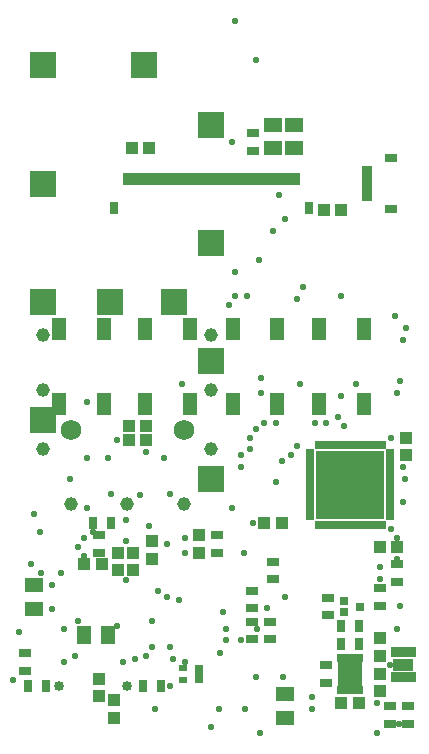
<source format=gts>
%FSLAX46Y46*%
%MOMM*%
%AMPS46*
21,1,5.800000,5.800000,0.000000,0.000000,270.000000*
%
%ADD46PS46*%
%AMPS27*
21,1,0.500000,1.000000,0.000000,0.000000,0.000000*
%
%ADD27PS27*%
%AMPS14*
21,1,1.200000,1.800000,0.000000,0.000000,0.000000*
%
%ADD14PS14*%
%AMPS13*
21,1,1.200000,1.800000,0.000000,0.000000,180.000000*
%
%ADD13PS13*%
%AMPS25*
21,1,0.710000,0.600000,0.000000,0.000000,0.000000*
%
%ADD25PS25*%
%AMPS33*
21,1,1.100000,0.750000,0.000000,0.000000,180.000000*
%
%ADD33PS33*%
%AMPS16*
21,1,0.430000,0.900000,0.000000,0.000000,0.000000*
%
%ADD16PS16*%
%AMPS15*
21,1,0.430000,0.900000,0.000000,0.000000,180.000000*
%
%ADD15PS15*%
%AMPS11*
21,1,0.500000,0.650000,0.000000,0.000000,90.000000*
%
%ADD11PS11*%
%AMPS10*
21,1,0.500000,0.650000,0.000000,0.000000,270.000000*
%
%ADD10PS10*%
%AMPS17*
21,1,1.100000,1.700000,0.000000,0.000000,90.000000*
%
%ADD17PS17*%
%AMPS28*
21,1,0.600000,1.000000,0.000000,0.000000,0.000000*
%
%ADD28PS28*%
%AMPS38*
21,1,1.200000,1.450000,0.000000,0.000000,0.000000*
%
%ADD38PS38*%
%AMPS29*
21,1,1.200000,1.450000,0.000000,0.000000,90.000000*
%
%ADD29PS29*%
%AMPS32*
21,1,1.200000,1.450000,0.000000,0.000000,270.000000*
%
%ADD32PS32*%
%AMPS39*
21,1,0.700000,0.600000,0.000000,0.000000,90.000000*
%
%ADD39PS39*%
%AMPS40*
21,1,0.700000,0.950000,0.000000,0.000000,90.000000*
%
%ADD40PS40*%
%AMPS19*
21,1,1.000000,0.950000,0.000000,0.000000,0.000000*
%
%ADD19PS19*%
%AMPS18*
21,1,1.000000,0.950000,0.000000,0.000000,90.000000*
%
%ADD18PS18*%
%AMPS22*
21,1,1.000000,0.950000,0.000000,0.000000,180.000000*
%
%ADD22PS22*%
%AMPS26*
21,1,1.000000,0.950000,0.000000,0.000000,270.000000*
%
%ADD26PS26*%
%AMPS34*
21,1,0.450000,0.850000,0.000000,0.000000,270.000000*
%
%ADD34PS34*%
%AMPS43*
21,1,0.500000,0.750000,0.000000,0.000000,0.000000*
%
%ADD43PS43*%
%AMPS42*
21,1,0.500000,0.750000,0.000000,0.000000,90.000000*
%
%ADD42PS42*%
%AMPS45*
21,1,0.500000,0.750000,0.000000,0.000000,180.000000*
%
%ADD45PS45*%
%AMPS44*
21,1,0.500000,0.750000,0.000000,0.000000,270.000000*
%
%ADD44PS44*%
%AMPS41*
21,1,2.000000,2.000000,0.000000,0.000000,90.000000*
%
%ADD41PS41*%
%AMPS24*
21,1,0.700000,1.100000,0.000000,0.000000,0.000000*
%
%ADD24PS24*%
%AMPS20*
21,1,0.700000,1.100000,0.000000,0.000000,90.000000*
%
%ADD20PS20*%
%AMPS12*
21,1,0.700000,1.100000,0.000000,0.000000,180.000000*
%
%ADD12PS12*%
%AMPS23*
21,1,0.700000,1.100000,0.000000,0.000000,270.000000*
%
%ADD23PS23*%
%AMPS47*
1,1,0.550000,0.000000,0.000000*
%
%ADD47PS47*%
%AMPS31*
1,1,1.750000,0.000000,0.000000*
%
%ADD31PS31*%
%AMPS30*
1,1,1.750000,0.000000,0.000000*
%
%ADD30PS30*%
%AMPS36*
1,1,1.150000,0.000000,0.000000*
%
%ADD36PS36*%
%AMPS37*
1,1,1.150000,0.000000,0.000000*
%
%ADD37PS37*%
%AMPS21*
1,1,0.850000,0.000000,0.000000*
%
%ADD21PS21*%
%AMPS35*
21,1,2.200000,2.200000,0.000000,0.000000,90.000000*
%
%ADD35PS35*%
G01*
G01*
%LPD*%
G75*
D10*
X-2425000Y3000000D03*
D11*
X-1075000Y3000000D03*
D11*
X-1075000Y3500000D03*
D11*
X-1075000Y4000000D03*
D10*
X-2425000Y4000000D03*
D12*
X12500000Y6000000D03*
D12*
X11000000Y6000000D03*
D13*
X-9100000Y32700000D03*
D14*
X-12900000Y26300000D03*
D14*
X-9100000Y26300000D03*
D13*
X-12900000Y32700000D03*
D15*
X17050000Y5300000D03*
D15*
X16250000Y5300000D03*
D16*
X16250000Y3200000D03*
D16*
X17050000Y3200000D03*
D16*
X15850000Y3200000D03*
D16*
X15450000Y3200000D03*
D15*
X15850000Y5300000D03*
D16*
X16650000Y3200000D03*
D15*
X16650000Y5300000D03*
D17*
X16250000Y4250000D03*
D15*
X15450000Y5300000D03*
D18*
X14250000Y3500000D03*
D18*
X14250000Y2000000D03*
D19*
X-9250000Y12750000D03*
D19*
X-10750000Y12750000D03*
D20*
X15750000Y11250000D03*
D20*
X15750000Y12750000D03*
D21*
X-7110000Y2430000D03*
D21*
X-12890000Y2430000D03*
D22*
X9500000Y42750000D03*
D22*
X11000000Y42750000D03*
D23*
X3474974Y10525026D03*
D23*
X3474974Y9025026D03*
D13*
X-1800000Y32700000D03*
D14*
X-5600000Y26300000D03*
D14*
X-1800000Y26300000D03*
D13*
X-5600000Y32700000D03*
D24*
X11000000Y7500000D03*
D24*
X12500000Y7500000D03*
D19*
X-5500000Y23250000D03*
D19*
X-7000000Y23250000D03*
D20*
X9900000Y8439998D03*
D20*
X9900000Y9939998D03*
D18*
X-5000000Y14750000D03*
D18*
X-5000000Y13250000D03*
D23*
X15150000Y750000D03*
D23*
X15150000Y-750000D03*
D20*
X3500000Y47750000D03*
D20*
X3500000Y49250000D03*
D25*
X11250000Y9689998D03*
D25*
X11250000Y8689998D03*
D25*
X12550000Y9189998D03*
D26*
X14250000Y5000000D03*
D26*
X14250000Y6500000D03*
D23*
X-15750000Y5250000D03*
D23*
X-15750000Y3750000D03*
D22*
X11000000Y1000000D03*
D22*
X12500000Y1000000D03*
D23*
X5250000Y13000000D03*
D23*
X5250000Y11500000D03*
D24*
X-15500000Y2500000D03*
D24*
X-14000000Y2500000D03*
D20*
X3474974Y6400026D03*
D20*
X3474974Y7900026D03*
D18*
X-1000000Y15250000D03*
D18*
X-1000000Y13750000D03*
D26*
X16500000Y22000000D03*
D26*
X16500000Y23500000D03*
D27*
X3250000Y45430000D03*
D27*
X1750000Y45430000D03*
D27*
X1250000Y45430000D03*
D27*
X-3250000Y45430000D03*
D27*
X7250000Y45430000D03*
D27*
X4750000Y45430000D03*
D27*
X-1250000Y45430000D03*
D27*
X5250000Y45430000D03*
D27*
X2250000Y45430000D03*
D27*
X-2750000Y45430000D03*
D27*
X4250000Y45430000D03*
D27*
X5750000Y45430000D03*
D27*
X750000Y45430000D03*
D27*
X-750000Y45430000D03*
D27*
X-4750000Y45430000D03*
D27*
X250000Y45430000D03*
D27*
X-250000Y45430000D03*
D27*
X-6750000Y45430000D03*
D28*
X-8250000Y42930000D03*
D27*
X6250000Y45430000D03*
D27*
X3750000Y45430000D03*
D27*
X-6250000Y45430000D03*
D27*
X-3750000Y45430000D03*
D27*
X-1750000Y45430000D03*
D27*
X-5750000Y45430000D03*
D27*
X-5250000Y45430000D03*
D28*
X8250000Y42930000D03*
D27*
X6750000Y45430000D03*
D27*
X-7250000Y45430000D03*
D27*
X2750000Y45430000D03*
D27*
X-4250000Y45430000D03*
D27*
X-2250000Y45430000D03*
D29*
X7000008Y48000056D03*
D29*
X7000008Y50000056D03*
D30*
X-11920000Y24100000D03*
D31*
X-2320000Y24100000D03*
D20*
X14250000Y9250000D03*
D20*
X14250000Y10750000D03*
D18*
X-6625000Y13741494D03*
D18*
X-6625000Y12241494D03*
D24*
X-10000000Y16250000D03*
D24*
X-8500000Y16250000D03*
D13*
X5600000Y32700000D03*
D14*
X1800000Y26300000D03*
D14*
X5600000Y26300000D03*
D13*
X1800000Y32700000D03*
D22*
X14250000Y14250000D03*
D22*
X15750000Y14250000D03*
D32*
X6249992Y1749944D03*
D32*
X6249992Y-250056D03*
D33*
X15175000Y47175000D03*
D34*
X13150000Y44750000D03*
D34*
X13150000Y45250000D03*
D34*
X13150000Y44250000D03*
D34*
X13150000Y43750000D03*
D34*
X13150000Y46250000D03*
D33*
X15175000Y42825000D03*
D34*
X13150000Y45750000D03*
D23*
X4974974Y7900026D03*
D23*
X4974974Y6400026D03*
D18*
X-7875000Y13741494D03*
D18*
X-7875000Y12241494D03*
D26*
X-8250000Y-250000D03*
D26*
X-8250000Y1250000D03*
D29*
X-14999992Y9000056D03*
D29*
X-14999992Y11000056D03*
D26*
X-9483746Y1593422D03*
D26*
X-9483746Y3093422D03*
D35*
X0Y40000000D03*
D36*
X-11920000Y17900000D03*
D37*
X0Y22500000D03*
D35*
X0Y50000000D03*
D35*
X-14250000Y25000000D03*
D35*
X-3170000Y35000000D03*
D36*
X0Y32200000D03*
D35*
X0Y30000000D03*
D36*
X0Y27500000D03*
D37*
X-7120000Y17900000D03*
D37*
X-2320000Y17900000D03*
D35*
X-14250000Y35000000D03*
D35*
X-8570000Y35000000D03*
D35*
X-5670000Y55000000D03*
D35*
X0Y20000000D03*
D36*
X-14250000Y32200000D03*
D37*
X-14250000Y22500000D03*
D35*
X-14250000Y45000000D03*
D36*
X-14250000Y27500000D03*
D35*
X-14250000Y55000000D03*
D23*
X16650000Y750000D03*
D23*
X16650000Y-750000D03*
D23*
X9750000Y4250000D03*
D23*
X9750000Y2750000D03*
D29*
X5250008Y48000056D03*
D29*
X5250008Y50000056D03*
D13*
X12900000Y32700000D03*
D14*
X9100000Y26300000D03*
D14*
X12900000Y26300000D03*
D13*
X9100000Y32700000D03*
D19*
X-5500000Y24500000D03*
D19*
X-7000000Y24500000D03*
D38*
X-10749944Y6749992D03*
D38*
X-8749944Y6749992D03*
D24*
X-5750000Y2500000D03*
D24*
X-4250000Y2500000D03*
D20*
X-9500000Y13750000D03*
D20*
X-9500000Y15250000D03*
D20*
X500000Y13750000D03*
D20*
X500000Y15250000D03*
D39*
X11925000Y2150000D03*
D39*
X12525000Y4850000D03*
D39*
X12525000Y2150000D03*
D40*
X11150001Y2150000D03*
D39*
X11925000Y4850000D03*
D41*
X11750000Y3500000D03*
D40*
X11150001Y4850000D03*
D42*
X15125000Y19250000D03*
D43*
X12500000Y16125000D03*
D44*
X8375000Y19750000D03*
D45*
X13500000Y22875000D03*
D45*
X14000000Y22875000D03*
D42*
X15125000Y17750000D03*
D45*
X11000000Y22875000D03*
D44*
X8375000Y17750000D03*
D46*
X11750000Y19500000D03*
D44*
X8375000Y16750000D03*
D44*
X8375000Y20250000D03*
D42*
X15125000Y19750000D03*
D45*
X11500000Y22875000D03*
D45*
X12500000Y22875000D03*
D42*
X15125000Y18250000D03*
D43*
X14000000Y16125000D03*
D42*
X15125000Y21750000D03*
D45*
X10000000Y22875000D03*
D42*
X15125000Y20750000D03*
D44*
X8375000Y18250000D03*
D44*
X8375000Y18750000D03*
D42*
X15125000Y22250000D03*
D45*
X12000000Y22875000D03*
D44*
X8375000Y22250000D03*
D42*
X15125000Y20250000D03*
D42*
X15125000Y21250000D03*
D43*
X11500000Y16125000D03*
D42*
X15125000Y16750000D03*
D44*
X8375000Y21250000D03*
D43*
X11000000Y16125000D03*
D43*
X10500000Y16125000D03*
D43*
X13500000Y16125000D03*
D43*
X9000000Y16125000D03*
D45*
X13000000Y22875000D03*
D43*
X14500000Y16125000D03*
D45*
X9000000Y22875000D03*
D43*
X12000000Y16125000D03*
D43*
X10000000Y16125000D03*
D43*
X13000000Y16125000D03*
D42*
X15125000Y18750000D03*
D44*
X8375000Y19250000D03*
D44*
X8375000Y17250000D03*
D45*
X14500000Y22875000D03*
D43*
X9500000Y16125000D03*
D45*
X9500000Y22875000D03*
D44*
X8375000Y20750000D03*
D45*
X10500000Y22875000D03*
D44*
X8375000Y21750000D03*
D42*
X15125000Y17250000D03*
D19*
X6000000Y16250000D03*
D19*
X4500000Y16250000D03*
D22*
X-6750000Y48000000D03*
D22*
X-5250000Y48000000D03*
D47*
X-11500000Y5000000D03*
D47*
X11250000Y24500000D03*
D47*
X16000000Y9250000D03*
D47*
X10750000Y25250000D03*
D47*
X-3750000Y10000000D03*
D47*
X2500000Y22000000D03*
D47*
X16250000Y18000000D03*
D47*
X3000000Y35500000D03*
D47*
X-12000000Y20000000D03*
D47*
X-3500000Y5750000D03*
D47*
X4250000Y27250000D03*
D47*
X2000000Y37500000D03*
D47*
X14000000Y-1500000D03*
D47*
X8500000Y1500000D03*
D47*
X15900000Y-750000D03*
D47*
X15750000Y15000000D03*
D47*
X-5250000Y16000000D03*
D47*
X-3750000Y14500000D03*
D47*
X-8000000Y7500000D03*
D47*
X-12500000Y4500000D03*
D47*
X-12500000Y7250000D03*
D47*
X-4000000Y21750000D03*
D47*
X631353Y517709D03*
D47*
X8500000Y500000D03*
D47*
X-10750000Y13500000D03*
D47*
X-15000000Y17000000D03*
D47*
X-11250000Y14250000D03*
D47*
X4000000Y38500000D03*
D47*
X-2250000Y4500000D03*
D47*
X-5000000Y5750000D03*
D47*
X14250000Y12500000D03*
D47*
X-5000000Y8000000D03*
D47*
X5500000Y19750000D03*
D47*
X-2250000Y15000000D03*
D47*
X-11250000Y8000000D03*
D47*
X11000000Y35500000D03*
D47*
X2000000Y58750000D03*
D47*
X4250000Y28500000D03*
D47*
X-3250000Y4750000D03*
D47*
X-8500000Y18750000D03*
D47*
X15750000Y7250000D03*
D47*
X-10750000Y15000000D03*
D47*
X7250000Y22750000D03*
D47*
X4131353Y-1482291D03*
D47*
X-5500000Y5000000D03*
D47*
X3250000Y22500000D03*
D47*
X-7250000Y11466494D03*
D47*
X9750000Y24750000D03*
D47*
X4500000Y24750000D03*
D47*
X5750000Y44000000D03*
D47*
X-4500000Y10500000D03*
D47*
X6250000Y42000000D03*
D47*
X6250000Y10000000D03*
D47*
X-12750000Y12000000D03*
D47*
X15750000Y13250000D03*
D47*
X2750000Y13750000D03*
D47*
X15125000Y4250000D03*
D47*
X2500000Y21000000D03*
D47*
X1000000Y8750000D03*
D47*
X-14500000Y15500000D03*
D47*
X6000000Y21500000D03*
D47*
X-7250000Y14750000D03*
D47*
X-16250000Y7000000D03*
D47*
X16250000Y31750000D03*
D47*
X16625000Y4250000D03*
D47*
X4724982Y9105552D03*
D47*
X-16750000Y3000000D03*
D47*
X-10500000Y21750000D03*
D47*
X16000000Y28250000D03*
D47*
X15250000Y23500000D03*
D47*
X750000Y5250000D03*
D47*
X-10500000Y17500000D03*
D47*
X5250000Y41000000D03*
D47*
X-8000000Y23250000D03*
D47*
X14250000Y11500000D03*
D47*
X-13500000Y9000000D03*
D47*
X-10520000Y26480000D03*
D47*
X2500000Y6350000D03*
D47*
X-14453004Y12030856D03*
D47*
X12250000Y28000000D03*
D47*
X-7250000Y16500000D03*
D47*
X7500000Y28000000D03*
D47*
X1250000Y6350000D03*
D47*
X1750000Y48500000D03*
D47*
X14000000Y1000000D03*
D47*
X3800000Y55450000D03*
D47*
X-10000000Y15500000D03*
D47*
X2881353Y500000D03*
D47*
X8750000Y24750000D03*
D47*
X15517217Y33767217D03*
D47*
X1500000Y34750000D03*
D47*
X7750000Y36250000D03*
D47*
X-6500000Y4750000D03*
D47*
X6030000Y3250000D03*
D47*
X15250000Y15750000D03*
D47*
X3250000Y23500000D03*
D47*
X3850378Y7300000D03*
D47*
X0Y-1000000D03*
D47*
X3750000Y3250000D03*
D47*
X16419985Y20000000D03*
D47*
X2000000Y35500000D03*
D47*
X16250000Y21000000D03*
D47*
X-5500000Y22250000D03*
D47*
X7250000Y35250000D03*
D47*
X3500000Y16250000D03*
D47*
X16500000Y32750000D03*
D47*
X15750000Y27250000D03*
D47*
X-8750000Y21750000D03*
D47*
X-15250000Y12750000D03*
D47*
X-2250000Y13750000D03*
D47*
X-7500000Y4500000D03*
D47*
X-3525000Y2500000D03*
D47*
X-6058300Y18652494D03*
D47*
X-2750000Y9750000D03*
D47*
X-13453004Y11030856D03*
D47*
X1750000Y17500000D03*
D47*
X1250000Y7300000D03*
D47*
X5500000Y24750000D03*
D47*
X-3500000Y18750000D03*
D47*
X15875000Y4250000D03*
D47*
X11000000Y27000000D03*
D47*
X6750000Y22000000D03*
D47*
X-2500000Y28000000D03*
D47*
X-4750000Y500000D03*
D47*
X3750000Y24250000D03*
M02*

</source>
